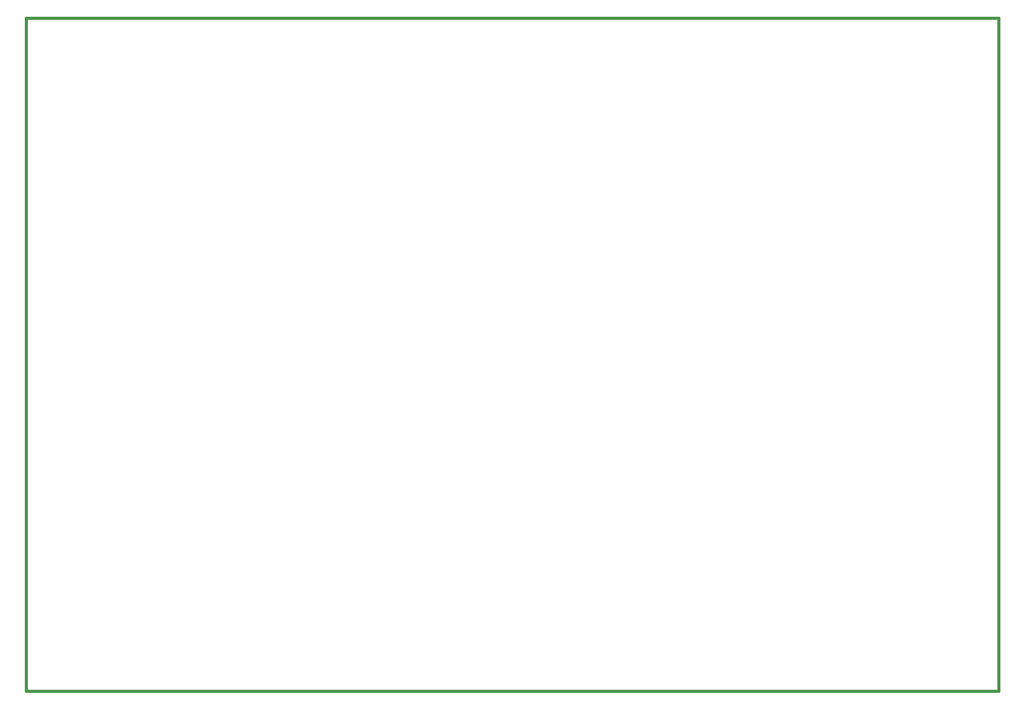
<source format=gbr>
G04 (created by PCBNEW-RS274X (2010-11-03 BZR 2592)-stable) date Sat 17 Mar 2012 17:18:43 COT*
G01*
G70*
G90*
%MOIN*%
G04 Gerber Fmt 3.4, Leading zero omitted, Abs format*
%FSLAX34Y34*%
G04 APERTURE LIST*
%ADD10C,0.006000*%
%ADD11C,0.015000*%
G04 APERTURE END LIST*
G54D10*
G54D11*
X83450Y-22150D02*
X39850Y-22150D01*
X83450Y-58300D02*
X83450Y-22150D01*
X31200Y-58300D02*
X83450Y-58300D01*
X31200Y-22150D02*
X31200Y-58300D01*
X39850Y-22150D02*
X31200Y-22150D01*
M02*

</source>
